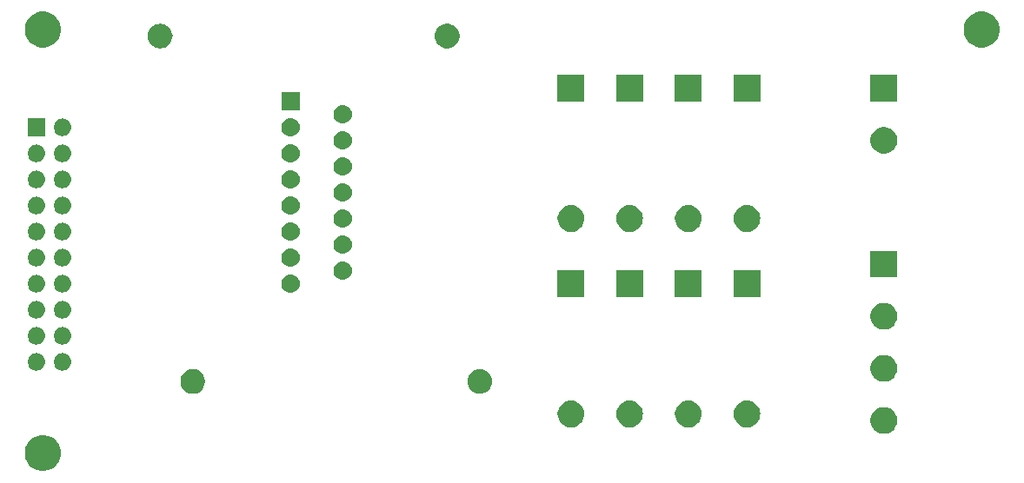
<source format=gbr>
%TF.GenerationSoftware,KiCad,Pcbnew,5.0.2-bee76a0~70~ubuntu18.04.1*%
%TF.CreationDate,2020-11-23T14:53:07+01:00*%
%TF.ProjectId,Carte_L298,43617274-655f-44c3-9239-382e6b696361,rev?*%
%TF.SameCoordinates,Original*%
%TF.FileFunction,Soldermask,Top*%
%TF.FilePolarity,Negative*%
%FSLAX46Y46*%
G04 Gerber Fmt 4.6, Leading zero omitted, Abs format (unit mm)*
G04 Created by KiCad (PCBNEW 5.0.2-bee76a0~70~ubuntu18.04.1) date lun. 23 nov. 2020 14:53:07 CET*
%MOMM*%
%LPD*%
G01*
G04 APERTURE LIST*
%ADD10C,0.100000*%
G04 APERTURE END LIST*
D10*
G36*
X141480456Y-98012251D02*
X141798936Y-98144170D01*
X142085560Y-98335686D01*
X142329314Y-98579440D01*
X142520830Y-98866064D01*
X142652749Y-99184544D01*
X142720000Y-99522640D01*
X142720000Y-99867360D01*
X142652749Y-100205456D01*
X142520830Y-100523936D01*
X142329314Y-100810560D01*
X142085560Y-101054314D01*
X141798936Y-101245830D01*
X141480456Y-101377749D01*
X141142360Y-101445000D01*
X140797640Y-101445000D01*
X140459544Y-101377749D01*
X140141064Y-101245830D01*
X139854440Y-101054314D01*
X139610686Y-100810560D01*
X139419170Y-100523936D01*
X139287251Y-100205456D01*
X139220000Y-99867360D01*
X139220000Y-99522640D01*
X139287251Y-99184544D01*
X139419170Y-98866064D01*
X139610686Y-98579440D01*
X139854440Y-98335686D01*
X140141064Y-98144170D01*
X140459544Y-98012251D01*
X140797640Y-97945000D01*
X141142360Y-97945000D01*
X141480456Y-98012251D01*
X141480456Y-98012251D01*
G37*
G36*
X223264196Y-95269958D02*
X223500780Y-95367954D01*
X223713705Y-95510226D01*
X223894774Y-95691295D01*
X224037046Y-95904220D01*
X224135042Y-96140804D01*
X224185000Y-96391960D01*
X224185000Y-96648040D01*
X224135042Y-96899196D01*
X224037046Y-97135780D01*
X223894774Y-97348705D01*
X223713705Y-97529774D01*
X223500780Y-97672046D01*
X223264196Y-97770042D01*
X223013040Y-97820000D01*
X222756960Y-97820000D01*
X222505804Y-97770042D01*
X222269220Y-97672046D01*
X222056295Y-97529774D01*
X221875226Y-97348705D01*
X221732954Y-97135780D01*
X221634958Y-96899196D01*
X221585000Y-96648040D01*
X221585000Y-96391960D01*
X221634958Y-96140804D01*
X221732954Y-95904220D01*
X221875226Y-95691295D01*
X222056295Y-95510226D01*
X222269220Y-95367954D01*
X222505804Y-95269958D01*
X222756960Y-95220000D01*
X223013040Y-95220000D01*
X223264196Y-95269958D01*
X223264196Y-95269958D01*
G37*
G36*
X209804845Y-94603810D02*
X210049896Y-94678145D01*
X210275736Y-94798860D01*
X210473687Y-94961313D01*
X210636140Y-95159264D01*
X210756855Y-95385104D01*
X210831190Y-95630155D01*
X210856290Y-95885000D01*
X210831190Y-96139845D01*
X210756855Y-96384896D01*
X210636140Y-96610736D01*
X210473687Y-96808687D01*
X210275736Y-96971140D01*
X210049896Y-97091855D01*
X209804845Y-97166190D01*
X209613864Y-97185000D01*
X209486136Y-97185000D01*
X209295155Y-97166190D01*
X209050104Y-97091855D01*
X208824264Y-96971140D01*
X208626313Y-96808687D01*
X208463860Y-96610736D01*
X208343145Y-96384896D01*
X208268810Y-96139845D01*
X208243710Y-95885000D01*
X208268810Y-95630155D01*
X208343145Y-95385104D01*
X208463860Y-95159264D01*
X208626313Y-94961313D01*
X208824264Y-94798860D01*
X209050104Y-94678145D01*
X209295155Y-94603810D01*
X209486136Y-94585000D01*
X209613864Y-94585000D01*
X209804845Y-94603810D01*
X209804845Y-94603810D01*
G37*
G36*
X204089845Y-94603810D02*
X204334896Y-94678145D01*
X204560736Y-94798860D01*
X204758687Y-94961313D01*
X204921140Y-95159264D01*
X205041855Y-95385104D01*
X205116190Y-95630155D01*
X205141290Y-95885000D01*
X205116190Y-96139845D01*
X205041855Y-96384896D01*
X204921140Y-96610736D01*
X204758687Y-96808687D01*
X204560736Y-96971140D01*
X204334896Y-97091855D01*
X204089845Y-97166190D01*
X203898864Y-97185000D01*
X203771136Y-97185000D01*
X203580155Y-97166190D01*
X203335104Y-97091855D01*
X203109264Y-96971140D01*
X202911313Y-96808687D01*
X202748860Y-96610736D01*
X202628145Y-96384896D01*
X202553810Y-96139845D01*
X202528710Y-95885000D01*
X202553810Y-95630155D01*
X202628145Y-95385104D01*
X202748860Y-95159264D01*
X202911313Y-94961313D01*
X203109264Y-94798860D01*
X203335104Y-94678145D01*
X203580155Y-94603810D01*
X203771136Y-94585000D01*
X203898864Y-94585000D01*
X204089845Y-94603810D01*
X204089845Y-94603810D01*
G37*
G36*
X198374845Y-94603810D02*
X198619896Y-94678145D01*
X198845736Y-94798860D01*
X199043687Y-94961313D01*
X199206140Y-95159264D01*
X199326855Y-95385104D01*
X199401190Y-95630155D01*
X199426290Y-95885000D01*
X199401190Y-96139845D01*
X199326855Y-96384896D01*
X199206140Y-96610736D01*
X199043687Y-96808687D01*
X198845736Y-96971140D01*
X198619896Y-97091855D01*
X198374845Y-97166190D01*
X198183864Y-97185000D01*
X198056136Y-97185000D01*
X197865155Y-97166190D01*
X197620104Y-97091855D01*
X197394264Y-96971140D01*
X197196313Y-96808687D01*
X197033860Y-96610736D01*
X196913145Y-96384896D01*
X196838810Y-96139845D01*
X196813710Y-95885000D01*
X196838810Y-95630155D01*
X196913145Y-95385104D01*
X197033860Y-95159264D01*
X197196313Y-94961313D01*
X197394264Y-94798860D01*
X197620104Y-94678145D01*
X197865155Y-94603810D01*
X198056136Y-94585000D01*
X198183864Y-94585000D01*
X198374845Y-94603810D01*
X198374845Y-94603810D01*
G37*
G36*
X192659845Y-94603810D02*
X192904896Y-94678145D01*
X193130736Y-94798860D01*
X193328687Y-94961313D01*
X193491140Y-95159264D01*
X193611855Y-95385104D01*
X193686190Y-95630155D01*
X193711290Y-95885000D01*
X193686190Y-96139845D01*
X193611855Y-96384896D01*
X193491140Y-96610736D01*
X193328687Y-96808687D01*
X193130736Y-96971140D01*
X192904896Y-97091855D01*
X192659845Y-97166190D01*
X192468864Y-97185000D01*
X192341136Y-97185000D01*
X192150155Y-97166190D01*
X191905104Y-97091855D01*
X191679264Y-96971140D01*
X191481313Y-96808687D01*
X191318860Y-96610736D01*
X191198145Y-96384896D01*
X191123810Y-96139845D01*
X191098710Y-95885000D01*
X191123810Y-95630155D01*
X191198145Y-95385104D01*
X191318860Y-95159264D01*
X191481313Y-94961313D01*
X191679264Y-94798860D01*
X191905104Y-94678145D01*
X192150155Y-94603810D01*
X192341136Y-94585000D01*
X192468864Y-94585000D01*
X192659845Y-94603810D01*
X192659845Y-94603810D01*
G37*
G36*
X155925026Y-91556115D02*
X156143412Y-91646573D01*
X156339958Y-91777901D01*
X156507099Y-91945042D01*
X156638427Y-92141588D01*
X156728885Y-92359974D01*
X156775000Y-92591809D01*
X156775000Y-92828191D01*
X156728885Y-93060026D01*
X156638427Y-93278412D01*
X156507099Y-93474958D01*
X156339958Y-93642099D01*
X156143412Y-93773427D01*
X155925026Y-93863885D01*
X155693191Y-93910000D01*
X155456809Y-93910000D01*
X155224974Y-93863885D01*
X155006588Y-93773427D01*
X154810042Y-93642099D01*
X154642901Y-93474958D01*
X154511573Y-93278412D01*
X154421115Y-93060026D01*
X154375000Y-92828191D01*
X154375000Y-92591809D01*
X154421115Y-92359974D01*
X154511573Y-92141588D01*
X154642901Y-91945042D01*
X154810042Y-91777901D01*
X155006588Y-91646573D01*
X155224974Y-91556115D01*
X155456809Y-91510000D01*
X155693191Y-91510000D01*
X155925026Y-91556115D01*
X155925026Y-91556115D01*
G37*
G36*
X183609208Y-91513473D02*
X183750241Y-91527363D01*
X183976442Y-91595981D01*
X183976444Y-91595982D01*
X183976447Y-91595983D01*
X184184910Y-91707408D01*
X184367634Y-91857366D01*
X184517592Y-92040090D01*
X184629017Y-92248553D01*
X184629018Y-92248556D01*
X184629019Y-92248558D01*
X184697637Y-92474759D01*
X184720806Y-92710000D01*
X184697637Y-92945241D01*
X184629019Y-93171442D01*
X184629017Y-93171447D01*
X184517592Y-93379910D01*
X184367634Y-93562634D01*
X184184910Y-93712592D01*
X183976447Y-93824017D01*
X183976444Y-93824018D01*
X183976442Y-93824019D01*
X183750241Y-93892637D01*
X183609208Y-93906527D01*
X183573951Y-93910000D01*
X183456049Y-93910000D01*
X183420792Y-93906527D01*
X183279759Y-93892637D01*
X183053558Y-93824019D01*
X183053556Y-93824018D01*
X183053553Y-93824017D01*
X182845090Y-93712592D01*
X182662366Y-93562634D01*
X182512408Y-93379910D01*
X182400983Y-93171447D01*
X182400981Y-93171442D01*
X182332363Y-92945241D01*
X182309194Y-92710000D01*
X182332363Y-92474759D01*
X182400981Y-92248558D01*
X182400982Y-92248556D01*
X182400983Y-92248553D01*
X182512408Y-92040090D01*
X182662366Y-91857366D01*
X182845090Y-91707408D01*
X183053553Y-91595983D01*
X183053556Y-91595982D01*
X183053558Y-91595981D01*
X183279759Y-91527363D01*
X183420792Y-91513473D01*
X183456049Y-91510000D01*
X183573951Y-91510000D01*
X183609208Y-91513473D01*
X183609208Y-91513473D01*
G37*
G36*
X223264196Y-90189958D02*
X223500780Y-90287954D01*
X223713705Y-90430226D01*
X223894774Y-90611295D01*
X224037046Y-90824220D01*
X224135042Y-91060804D01*
X224185000Y-91311960D01*
X224185000Y-91568040D01*
X224135042Y-91819196D01*
X224037046Y-92055780D01*
X223894774Y-92268705D01*
X223713705Y-92449774D01*
X223500780Y-92592046D01*
X223264196Y-92690042D01*
X223013040Y-92740000D01*
X222756960Y-92740000D01*
X222505804Y-92690042D01*
X222269220Y-92592046D01*
X222056295Y-92449774D01*
X221875226Y-92268705D01*
X221732954Y-92055780D01*
X221634958Y-91819196D01*
X221585000Y-91568040D01*
X221585000Y-91311960D01*
X221634958Y-91060804D01*
X221732954Y-90824220D01*
X221875226Y-90611295D01*
X222056295Y-90430226D01*
X222269220Y-90287954D01*
X222505804Y-90189958D01*
X222756960Y-90140000D01*
X223013040Y-90140000D01*
X223264196Y-90189958D01*
X223264196Y-90189958D01*
G37*
G36*
X140501630Y-89967299D02*
X140661855Y-90015903D01*
X140809520Y-90094831D01*
X140938949Y-90201051D01*
X141045169Y-90330480D01*
X141124097Y-90478145D01*
X141172701Y-90638370D01*
X141189112Y-90805000D01*
X141172701Y-90971630D01*
X141124097Y-91131855D01*
X141045169Y-91279520D01*
X140938949Y-91408949D01*
X140809520Y-91515169D01*
X140661855Y-91594097D01*
X140501630Y-91642701D01*
X140376752Y-91655000D01*
X140293248Y-91655000D01*
X140168370Y-91642701D01*
X140008145Y-91594097D01*
X139860480Y-91515169D01*
X139731051Y-91408949D01*
X139624831Y-91279520D01*
X139545903Y-91131855D01*
X139497299Y-90971630D01*
X139480888Y-90805000D01*
X139497299Y-90638370D01*
X139545903Y-90478145D01*
X139624831Y-90330480D01*
X139731051Y-90201051D01*
X139860480Y-90094831D01*
X140008145Y-90015903D01*
X140168370Y-89967299D01*
X140293248Y-89955000D01*
X140376752Y-89955000D01*
X140501630Y-89967299D01*
X140501630Y-89967299D01*
G37*
G36*
X143041630Y-89967299D02*
X143201855Y-90015903D01*
X143349520Y-90094831D01*
X143478949Y-90201051D01*
X143585169Y-90330480D01*
X143664097Y-90478145D01*
X143712701Y-90638370D01*
X143729112Y-90805000D01*
X143712701Y-90971630D01*
X143664097Y-91131855D01*
X143585169Y-91279520D01*
X143478949Y-91408949D01*
X143349520Y-91515169D01*
X143201855Y-91594097D01*
X143041630Y-91642701D01*
X142916752Y-91655000D01*
X142833248Y-91655000D01*
X142708370Y-91642701D01*
X142548145Y-91594097D01*
X142400480Y-91515169D01*
X142271051Y-91408949D01*
X142164831Y-91279520D01*
X142085903Y-91131855D01*
X142037299Y-90971630D01*
X142020888Y-90805000D01*
X142037299Y-90638370D01*
X142085903Y-90478145D01*
X142164831Y-90330480D01*
X142271051Y-90201051D01*
X142400480Y-90094831D01*
X142548145Y-90015903D01*
X142708370Y-89967299D01*
X142833248Y-89955000D01*
X142916752Y-89955000D01*
X143041630Y-89967299D01*
X143041630Y-89967299D01*
G37*
G36*
X143041630Y-87427299D02*
X143201855Y-87475903D01*
X143349520Y-87554831D01*
X143478949Y-87661051D01*
X143585169Y-87790480D01*
X143664097Y-87938145D01*
X143712701Y-88098370D01*
X143729112Y-88265000D01*
X143712701Y-88431630D01*
X143664097Y-88591855D01*
X143585169Y-88739520D01*
X143478949Y-88868949D01*
X143349520Y-88975169D01*
X143201855Y-89054097D01*
X143041630Y-89102701D01*
X142916752Y-89115000D01*
X142833248Y-89115000D01*
X142708370Y-89102701D01*
X142548145Y-89054097D01*
X142400480Y-88975169D01*
X142271051Y-88868949D01*
X142164831Y-88739520D01*
X142085903Y-88591855D01*
X142037299Y-88431630D01*
X142020888Y-88265000D01*
X142037299Y-88098370D01*
X142085903Y-87938145D01*
X142164831Y-87790480D01*
X142271051Y-87661051D01*
X142400480Y-87554831D01*
X142548145Y-87475903D01*
X142708370Y-87427299D01*
X142833248Y-87415000D01*
X142916752Y-87415000D01*
X143041630Y-87427299D01*
X143041630Y-87427299D01*
G37*
G36*
X140501630Y-87427299D02*
X140661855Y-87475903D01*
X140809520Y-87554831D01*
X140938949Y-87661051D01*
X141045169Y-87790480D01*
X141124097Y-87938145D01*
X141172701Y-88098370D01*
X141189112Y-88265000D01*
X141172701Y-88431630D01*
X141124097Y-88591855D01*
X141045169Y-88739520D01*
X140938949Y-88868949D01*
X140809520Y-88975169D01*
X140661855Y-89054097D01*
X140501630Y-89102701D01*
X140376752Y-89115000D01*
X140293248Y-89115000D01*
X140168370Y-89102701D01*
X140008145Y-89054097D01*
X139860480Y-88975169D01*
X139731051Y-88868949D01*
X139624831Y-88739520D01*
X139545903Y-88591855D01*
X139497299Y-88431630D01*
X139480888Y-88265000D01*
X139497299Y-88098370D01*
X139545903Y-87938145D01*
X139624831Y-87790480D01*
X139731051Y-87661051D01*
X139860480Y-87554831D01*
X140008145Y-87475903D01*
X140168370Y-87427299D01*
X140293248Y-87415000D01*
X140376752Y-87415000D01*
X140501630Y-87427299D01*
X140501630Y-87427299D01*
G37*
G36*
X223264196Y-85109958D02*
X223500780Y-85207954D01*
X223713705Y-85350226D01*
X223894774Y-85531295D01*
X224037046Y-85744220D01*
X224135042Y-85980804D01*
X224185000Y-86231960D01*
X224185000Y-86488040D01*
X224135042Y-86739196D01*
X224037046Y-86975780D01*
X223894774Y-87188705D01*
X223713705Y-87369774D01*
X223500780Y-87512046D01*
X223264196Y-87610042D01*
X223013040Y-87660000D01*
X222756960Y-87660000D01*
X222505804Y-87610042D01*
X222269220Y-87512046D01*
X222056295Y-87369774D01*
X221875226Y-87188705D01*
X221732954Y-86975780D01*
X221634958Y-86739196D01*
X221585000Y-86488040D01*
X221585000Y-86231960D01*
X221634958Y-85980804D01*
X221732954Y-85744220D01*
X221875226Y-85531295D01*
X222056295Y-85350226D01*
X222269220Y-85207954D01*
X222505804Y-85109958D01*
X222756960Y-85060000D01*
X223013040Y-85060000D01*
X223264196Y-85109958D01*
X223264196Y-85109958D01*
G37*
G36*
X140501630Y-84887299D02*
X140661855Y-84935903D01*
X140809520Y-85014831D01*
X140938949Y-85121051D01*
X141045169Y-85250480D01*
X141124097Y-85398145D01*
X141172701Y-85558370D01*
X141189112Y-85725000D01*
X141172701Y-85891630D01*
X141124097Y-86051855D01*
X141045169Y-86199520D01*
X140938949Y-86328949D01*
X140809520Y-86435169D01*
X140661855Y-86514097D01*
X140501630Y-86562701D01*
X140376752Y-86575000D01*
X140293248Y-86575000D01*
X140168370Y-86562701D01*
X140008145Y-86514097D01*
X139860480Y-86435169D01*
X139731051Y-86328949D01*
X139624831Y-86199520D01*
X139545903Y-86051855D01*
X139497299Y-85891630D01*
X139480888Y-85725000D01*
X139497299Y-85558370D01*
X139545903Y-85398145D01*
X139624831Y-85250480D01*
X139731051Y-85121051D01*
X139860480Y-85014831D01*
X140008145Y-84935903D01*
X140168370Y-84887299D01*
X140293248Y-84875000D01*
X140376752Y-84875000D01*
X140501630Y-84887299D01*
X140501630Y-84887299D01*
G37*
G36*
X143041630Y-84887299D02*
X143201855Y-84935903D01*
X143349520Y-85014831D01*
X143478949Y-85121051D01*
X143585169Y-85250480D01*
X143664097Y-85398145D01*
X143712701Y-85558370D01*
X143729112Y-85725000D01*
X143712701Y-85891630D01*
X143664097Y-86051855D01*
X143585169Y-86199520D01*
X143478949Y-86328949D01*
X143349520Y-86435169D01*
X143201855Y-86514097D01*
X143041630Y-86562701D01*
X142916752Y-86575000D01*
X142833248Y-86575000D01*
X142708370Y-86562701D01*
X142548145Y-86514097D01*
X142400480Y-86435169D01*
X142271051Y-86328949D01*
X142164831Y-86199520D01*
X142085903Y-86051855D01*
X142037299Y-85891630D01*
X142020888Y-85725000D01*
X142037299Y-85558370D01*
X142085903Y-85398145D01*
X142164831Y-85250480D01*
X142271051Y-85121051D01*
X142400480Y-85014831D01*
X142548145Y-84935903D01*
X142708370Y-84887299D01*
X142833248Y-84875000D01*
X142916752Y-84875000D01*
X143041630Y-84887299D01*
X143041630Y-84887299D01*
G37*
G36*
X205135000Y-84485000D02*
X202535000Y-84485000D01*
X202535000Y-81885000D01*
X205135000Y-81885000D01*
X205135000Y-84485000D01*
X205135000Y-84485000D01*
G37*
G36*
X193705000Y-84485000D02*
X191105000Y-84485000D01*
X191105000Y-81885000D01*
X193705000Y-81885000D01*
X193705000Y-84485000D01*
X193705000Y-84485000D01*
G37*
G36*
X199420000Y-84485000D02*
X196820000Y-84485000D01*
X196820000Y-81885000D01*
X199420000Y-81885000D01*
X199420000Y-84485000D01*
X199420000Y-84485000D01*
G37*
G36*
X210850000Y-84485000D02*
X208250000Y-84485000D01*
X208250000Y-81885000D01*
X210850000Y-81885000D01*
X210850000Y-84485000D01*
X210850000Y-84485000D01*
G37*
G36*
X165276432Y-82298022D02*
X165446081Y-82349485D01*
X165602433Y-82433056D01*
X165739475Y-82545525D01*
X165851944Y-82682567D01*
X165935515Y-82838919D01*
X165986978Y-83008568D01*
X166004354Y-83185000D01*
X165986978Y-83361432D01*
X165935515Y-83531081D01*
X165851944Y-83687433D01*
X165739475Y-83824475D01*
X165602433Y-83936944D01*
X165446081Y-84020515D01*
X165276432Y-84071978D01*
X165144211Y-84085000D01*
X165055789Y-84085000D01*
X164923568Y-84071978D01*
X164753919Y-84020515D01*
X164597567Y-83936944D01*
X164460525Y-83824475D01*
X164348056Y-83687433D01*
X164264485Y-83531081D01*
X164213022Y-83361432D01*
X164195646Y-83185000D01*
X164213022Y-83008568D01*
X164264485Y-82838919D01*
X164348056Y-82682567D01*
X164460525Y-82545525D01*
X164597567Y-82433056D01*
X164753919Y-82349485D01*
X164923568Y-82298022D01*
X165055789Y-82285000D01*
X165144211Y-82285000D01*
X165276432Y-82298022D01*
X165276432Y-82298022D01*
G37*
G36*
X143041630Y-82347299D02*
X143201855Y-82395903D01*
X143349520Y-82474831D01*
X143478949Y-82581051D01*
X143585169Y-82710480D01*
X143664097Y-82858145D01*
X143712701Y-83018370D01*
X143729112Y-83185000D01*
X143712701Y-83351630D01*
X143664097Y-83511855D01*
X143585169Y-83659520D01*
X143478949Y-83788949D01*
X143349520Y-83895169D01*
X143201855Y-83974097D01*
X143041630Y-84022701D01*
X142916752Y-84035000D01*
X142833248Y-84035000D01*
X142708370Y-84022701D01*
X142548145Y-83974097D01*
X142400480Y-83895169D01*
X142271051Y-83788949D01*
X142164831Y-83659520D01*
X142085903Y-83511855D01*
X142037299Y-83351630D01*
X142020888Y-83185000D01*
X142037299Y-83018370D01*
X142085903Y-82858145D01*
X142164831Y-82710480D01*
X142271051Y-82581051D01*
X142400480Y-82474831D01*
X142548145Y-82395903D01*
X142708370Y-82347299D01*
X142833248Y-82335000D01*
X142916752Y-82335000D01*
X143041630Y-82347299D01*
X143041630Y-82347299D01*
G37*
G36*
X140501630Y-82347299D02*
X140661855Y-82395903D01*
X140809520Y-82474831D01*
X140938949Y-82581051D01*
X141045169Y-82710480D01*
X141124097Y-82858145D01*
X141172701Y-83018370D01*
X141189112Y-83185000D01*
X141172701Y-83351630D01*
X141124097Y-83511855D01*
X141045169Y-83659520D01*
X140938949Y-83788949D01*
X140809520Y-83895169D01*
X140661855Y-83974097D01*
X140501630Y-84022701D01*
X140376752Y-84035000D01*
X140293248Y-84035000D01*
X140168370Y-84022701D01*
X140008145Y-83974097D01*
X139860480Y-83895169D01*
X139731051Y-83788949D01*
X139624831Y-83659520D01*
X139545903Y-83511855D01*
X139497299Y-83351630D01*
X139480888Y-83185000D01*
X139497299Y-83018370D01*
X139545903Y-82858145D01*
X139624831Y-82710480D01*
X139731051Y-82581051D01*
X139860480Y-82474831D01*
X140008145Y-82395903D01*
X140168370Y-82347299D01*
X140293248Y-82335000D01*
X140376752Y-82335000D01*
X140501630Y-82347299D01*
X140501630Y-82347299D01*
G37*
G36*
X170356432Y-81028022D02*
X170526081Y-81079485D01*
X170682433Y-81163056D01*
X170819475Y-81275525D01*
X170931944Y-81412567D01*
X171015515Y-81568919D01*
X171066978Y-81738568D01*
X171084354Y-81915000D01*
X171066978Y-82091432D01*
X171015515Y-82261081D01*
X170931944Y-82417433D01*
X170819475Y-82554475D01*
X170682433Y-82666944D01*
X170526081Y-82750515D01*
X170356432Y-82801978D01*
X170224211Y-82815000D01*
X170135789Y-82815000D01*
X170003568Y-82801978D01*
X169833919Y-82750515D01*
X169677567Y-82666944D01*
X169540525Y-82554475D01*
X169428056Y-82417433D01*
X169344485Y-82261081D01*
X169293022Y-82091432D01*
X169275646Y-81915000D01*
X169293022Y-81738568D01*
X169344485Y-81568919D01*
X169428056Y-81412567D01*
X169540525Y-81275525D01*
X169677567Y-81163056D01*
X169833919Y-81079485D01*
X170003568Y-81028022D01*
X170135789Y-81015000D01*
X170224211Y-81015000D01*
X170356432Y-81028022D01*
X170356432Y-81028022D01*
G37*
G36*
X224185000Y-82580000D02*
X221585000Y-82580000D01*
X221585000Y-79980000D01*
X224185000Y-79980000D01*
X224185000Y-82580000D01*
X224185000Y-82580000D01*
G37*
G36*
X165276432Y-79758022D02*
X165446081Y-79809485D01*
X165602433Y-79893056D01*
X165739475Y-80005525D01*
X165851944Y-80142567D01*
X165935515Y-80298919D01*
X165986978Y-80468568D01*
X166004354Y-80645000D01*
X165986978Y-80821432D01*
X165935515Y-80991081D01*
X165851944Y-81147433D01*
X165739475Y-81284475D01*
X165602433Y-81396944D01*
X165446081Y-81480515D01*
X165276432Y-81531978D01*
X165144211Y-81545000D01*
X165055789Y-81545000D01*
X164923568Y-81531978D01*
X164753919Y-81480515D01*
X164597567Y-81396944D01*
X164460525Y-81284475D01*
X164348056Y-81147433D01*
X164264485Y-80991081D01*
X164213022Y-80821432D01*
X164195646Y-80645000D01*
X164213022Y-80468568D01*
X164264485Y-80298919D01*
X164348056Y-80142567D01*
X164460525Y-80005525D01*
X164597567Y-79893056D01*
X164753919Y-79809485D01*
X164923568Y-79758022D01*
X165055789Y-79745000D01*
X165144211Y-79745000D01*
X165276432Y-79758022D01*
X165276432Y-79758022D01*
G37*
G36*
X143041630Y-79807299D02*
X143201855Y-79855903D01*
X143349520Y-79934831D01*
X143478949Y-80041051D01*
X143585169Y-80170480D01*
X143664097Y-80318145D01*
X143712701Y-80478370D01*
X143729112Y-80645000D01*
X143712701Y-80811630D01*
X143664097Y-80971855D01*
X143585169Y-81119520D01*
X143478949Y-81248949D01*
X143349520Y-81355169D01*
X143201855Y-81434097D01*
X143041630Y-81482701D01*
X142916752Y-81495000D01*
X142833248Y-81495000D01*
X142708370Y-81482701D01*
X142548145Y-81434097D01*
X142400480Y-81355169D01*
X142271051Y-81248949D01*
X142164831Y-81119520D01*
X142085903Y-80971855D01*
X142037299Y-80811630D01*
X142020888Y-80645000D01*
X142037299Y-80478370D01*
X142085903Y-80318145D01*
X142164831Y-80170480D01*
X142271051Y-80041051D01*
X142400480Y-79934831D01*
X142548145Y-79855903D01*
X142708370Y-79807299D01*
X142833248Y-79795000D01*
X142916752Y-79795000D01*
X143041630Y-79807299D01*
X143041630Y-79807299D01*
G37*
G36*
X140501630Y-79807299D02*
X140661855Y-79855903D01*
X140809520Y-79934831D01*
X140938949Y-80041051D01*
X141045169Y-80170480D01*
X141124097Y-80318145D01*
X141172701Y-80478370D01*
X141189112Y-80645000D01*
X141172701Y-80811630D01*
X141124097Y-80971855D01*
X141045169Y-81119520D01*
X140938949Y-81248949D01*
X140809520Y-81355169D01*
X140661855Y-81434097D01*
X140501630Y-81482701D01*
X140376752Y-81495000D01*
X140293248Y-81495000D01*
X140168370Y-81482701D01*
X140008145Y-81434097D01*
X139860480Y-81355169D01*
X139731051Y-81248949D01*
X139624831Y-81119520D01*
X139545903Y-80971855D01*
X139497299Y-80811630D01*
X139480888Y-80645000D01*
X139497299Y-80478370D01*
X139545903Y-80318145D01*
X139624831Y-80170480D01*
X139731051Y-80041051D01*
X139860480Y-79934831D01*
X140008145Y-79855903D01*
X140168370Y-79807299D01*
X140293248Y-79795000D01*
X140376752Y-79795000D01*
X140501630Y-79807299D01*
X140501630Y-79807299D01*
G37*
G36*
X170356432Y-78488022D02*
X170526081Y-78539485D01*
X170682433Y-78623056D01*
X170819475Y-78735525D01*
X170931944Y-78872567D01*
X171015515Y-79028919D01*
X171066978Y-79198568D01*
X171084354Y-79375000D01*
X171066978Y-79551432D01*
X171015515Y-79721081D01*
X170931944Y-79877433D01*
X170819475Y-80014475D01*
X170682433Y-80126944D01*
X170526081Y-80210515D01*
X170356432Y-80261978D01*
X170224211Y-80275000D01*
X170135789Y-80275000D01*
X170003568Y-80261978D01*
X169833919Y-80210515D01*
X169677567Y-80126944D01*
X169540525Y-80014475D01*
X169428056Y-79877433D01*
X169344485Y-79721081D01*
X169293022Y-79551432D01*
X169275646Y-79375000D01*
X169293022Y-79198568D01*
X169344485Y-79028919D01*
X169428056Y-78872567D01*
X169540525Y-78735525D01*
X169677567Y-78623056D01*
X169833919Y-78539485D01*
X170003568Y-78488022D01*
X170135789Y-78475000D01*
X170224211Y-78475000D01*
X170356432Y-78488022D01*
X170356432Y-78488022D01*
G37*
G36*
X165276432Y-77218022D02*
X165446081Y-77269485D01*
X165602433Y-77353056D01*
X165739475Y-77465525D01*
X165851944Y-77602567D01*
X165935515Y-77758919D01*
X165986978Y-77928568D01*
X166004354Y-78105000D01*
X165986978Y-78281432D01*
X165935515Y-78451081D01*
X165851944Y-78607433D01*
X165739475Y-78744475D01*
X165602433Y-78856944D01*
X165446081Y-78940515D01*
X165276432Y-78991978D01*
X165144211Y-79005000D01*
X165055789Y-79005000D01*
X164923568Y-78991978D01*
X164753919Y-78940515D01*
X164597567Y-78856944D01*
X164460525Y-78744475D01*
X164348056Y-78607433D01*
X164264485Y-78451081D01*
X164213022Y-78281432D01*
X164195646Y-78105000D01*
X164213022Y-77928568D01*
X164264485Y-77758919D01*
X164348056Y-77602567D01*
X164460525Y-77465525D01*
X164597567Y-77353056D01*
X164753919Y-77269485D01*
X164923568Y-77218022D01*
X165055789Y-77205000D01*
X165144211Y-77205000D01*
X165276432Y-77218022D01*
X165276432Y-77218022D01*
G37*
G36*
X143041630Y-77267299D02*
X143201855Y-77315903D01*
X143349520Y-77394831D01*
X143478949Y-77501051D01*
X143585169Y-77630480D01*
X143664097Y-77778145D01*
X143712701Y-77938370D01*
X143729112Y-78105000D01*
X143712701Y-78271630D01*
X143664097Y-78431855D01*
X143585169Y-78579520D01*
X143478949Y-78708949D01*
X143349520Y-78815169D01*
X143201855Y-78894097D01*
X143041630Y-78942701D01*
X142916752Y-78955000D01*
X142833248Y-78955000D01*
X142708370Y-78942701D01*
X142548145Y-78894097D01*
X142400480Y-78815169D01*
X142271051Y-78708949D01*
X142164831Y-78579520D01*
X142085903Y-78431855D01*
X142037299Y-78271630D01*
X142020888Y-78105000D01*
X142037299Y-77938370D01*
X142085903Y-77778145D01*
X142164831Y-77630480D01*
X142271051Y-77501051D01*
X142400480Y-77394831D01*
X142548145Y-77315903D01*
X142708370Y-77267299D01*
X142833248Y-77255000D01*
X142916752Y-77255000D01*
X143041630Y-77267299D01*
X143041630Y-77267299D01*
G37*
G36*
X140501630Y-77267299D02*
X140661855Y-77315903D01*
X140809520Y-77394831D01*
X140938949Y-77501051D01*
X141045169Y-77630480D01*
X141124097Y-77778145D01*
X141172701Y-77938370D01*
X141189112Y-78105000D01*
X141172701Y-78271630D01*
X141124097Y-78431855D01*
X141045169Y-78579520D01*
X140938949Y-78708949D01*
X140809520Y-78815169D01*
X140661855Y-78894097D01*
X140501630Y-78942701D01*
X140376752Y-78955000D01*
X140293248Y-78955000D01*
X140168370Y-78942701D01*
X140008145Y-78894097D01*
X139860480Y-78815169D01*
X139731051Y-78708949D01*
X139624831Y-78579520D01*
X139545903Y-78431855D01*
X139497299Y-78271630D01*
X139480888Y-78105000D01*
X139497299Y-77938370D01*
X139545903Y-77778145D01*
X139624831Y-77630480D01*
X139731051Y-77501051D01*
X139860480Y-77394831D01*
X140008145Y-77315903D01*
X140168370Y-77267299D01*
X140293248Y-77255000D01*
X140376752Y-77255000D01*
X140501630Y-77267299D01*
X140501630Y-77267299D01*
G37*
G36*
X192659845Y-75553810D02*
X192904896Y-75628145D01*
X193130736Y-75748860D01*
X193328687Y-75911313D01*
X193491140Y-76109264D01*
X193611855Y-76335104D01*
X193686190Y-76580155D01*
X193711290Y-76835000D01*
X193686190Y-77089845D01*
X193611855Y-77334896D01*
X193491140Y-77560736D01*
X193328687Y-77758687D01*
X193130736Y-77921140D01*
X192904896Y-78041855D01*
X192659845Y-78116190D01*
X192468864Y-78135000D01*
X192341136Y-78135000D01*
X192150155Y-78116190D01*
X191905104Y-78041855D01*
X191679264Y-77921140D01*
X191481313Y-77758687D01*
X191318860Y-77560736D01*
X191198145Y-77334896D01*
X191123810Y-77089845D01*
X191098710Y-76835000D01*
X191123810Y-76580155D01*
X191198145Y-76335104D01*
X191318860Y-76109264D01*
X191481313Y-75911313D01*
X191679264Y-75748860D01*
X191905104Y-75628145D01*
X192150155Y-75553810D01*
X192341136Y-75535000D01*
X192468864Y-75535000D01*
X192659845Y-75553810D01*
X192659845Y-75553810D01*
G37*
G36*
X198374845Y-75553810D02*
X198619896Y-75628145D01*
X198845736Y-75748860D01*
X199043687Y-75911313D01*
X199206140Y-76109264D01*
X199326855Y-76335104D01*
X199401190Y-76580155D01*
X199426290Y-76835000D01*
X199401190Y-77089845D01*
X199326855Y-77334896D01*
X199206140Y-77560736D01*
X199043687Y-77758687D01*
X198845736Y-77921140D01*
X198619896Y-78041855D01*
X198374845Y-78116190D01*
X198183864Y-78135000D01*
X198056136Y-78135000D01*
X197865155Y-78116190D01*
X197620104Y-78041855D01*
X197394264Y-77921140D01*
X197196313Y-77758687D01*
X197033860Y-77560736D01*
X196913145Y-77334896D01*
X196838810Y-77089845D01*
X196813710Y-76835000D01*
X196838810Y-76580155D01*
X196913145Y-76335104D01*
X197033860Y-76109264D01*
X197196313Y-75911313D01*
X197394264Y-75748860D01*
X197620104Y-75628145D01*
X197865155Y-75553810D01*
X198056136Y-75535000D01*
X198183864Y-75535000D01*
X198374845Y-75553810D01*
X198374845Y-75553810D01*
G37*
G36*
X209804845Y-75553810D02*
X210049896Y-75628145D01*
X210275736Y-75748860D01*
X210473687Y-75911313D01*
X210636140Y-76109264D01*
X210756855Y-76335104D01*
X210831190Y-76580155D01*
X210856290Y-76835000D01*
X210831190Y-77089845D01*
X210756855Y-77334896D01*
X210636140Y-77560736D01*
X210473687Y-77758687D01*
X210275736Y-77921140D01*
X210049896Y-78041855D01*
X209804845Y-78116190D01*
X209613864Y-78135000D01*
X209486136Y-78135000D01*
X209295155Y-78116190D01*
X209050104Y-78041855D01*
X208824264Y-77921140D01*
X208626313Y-77758687D01*
X208463860Y-77560736D01*
X208343145Y-77334896D01*
X208268810Y-77089845D01*
X208243710Y-76835000D01*
X208268810Y-76580155D01*
X208343145Y-76335104D01*
X208463860Y-76109264D01*
X208626313Y-75911313D01*
X208824264Y-75748860D01*
X209050104Y-75628145D01*
X209295155Y-75553810D01*
X209486136Y-75535000D01*
X209613864Y-75535000D01*
X209804845Y-75553810D01*
X209804845Y-75553810D01*
G37*
G36*
X204089845Y-75553810D02*
X204334896Y-75628145D01*
X204560736Y-75748860D01*
X204758687Y-75911313D01*
X204921140Y-76109264D01*
X205041855Y-76335104D01*
X205116190Y-76580155D01*
X205141290Y-76835000D01*
X205116190Y-77089845D01*
X205041855Y-77334896D01*
X204921140Y-77560736D01*
X204758687Y-77758687D01*
X204560736Y-77921140D01*
X204334896Y-78041855D01*
X204089845Y-78116190D01*
X203898864Y-78135000D01*
X203771136Y-78135000D01*
X203580155Y-78116190D01*
X203335104Y-78041855D01*
X203109264Y-77921140D01*
X202911313Y-77758687D01*
X202748860Y-77560736D01*
X202628145Y-77334896D01*
X202553810Y-77089845D01*
X202528710Y-76835000D01*
X202553810Y-76580155D01*
X202628145Y-76335104D01*
X202748860Y-76109264D01*
X202911313Y-75911313D01*
X203109264Y-75748860D01*
X203335104Y-75628145D01*
X203580155Y-75553810D01*
X203771136Y-75535000D01*
X203898864Y-75535000D01*
X204089845Y-75553810D01*
X204089845Y-75553810D01*
G37*
G36*
X170356432Y-75948022D02*
X170526081Y-75999485D01*
X170682433Y-76083056D01*
X170819475Y-76195525D01*
X170931944Y-76332567D01*
X171015515Y-76488919D01*
X171066978Y-76658568D01*
X171084354Y-76835000D01*
X171066978Y-77011432D01*
X171015515Y-77181081D01*
X170931944Y-77337433D01*
X170819475Y-77474475D01*
X170682433Y-77586944D01*
X170526081Y-77670515D01*
X170356432Y-77721978D01*
X170224211Y-77735000D01*
X170135789Y-77735000D01*
X170003568Y-77721978D01*
X169833919Y-77670515D01*
X169677567Y-77586944D01*
X169540525Y-77474475D01*
X169428056Y-77337433D01*
X169344485Y-77181081D01*
X169293022Y-77011432D01*
X169275646Y-76835000D01*
X169293022Y-76658568D01*
X169344485Y-76488919D01*
X169428056Y-76332567D01*
X169540525Y-76195525D01*
X169677567Y-76083056D01*
X169833919Y-75999485D01*
X170003568Y-75948022D01*
X170135789Y-75935000D01*
X170224211Y-75935000D01*
X170356432Y-75948022D01*
X170356432Y-75948022D01*
G37*
G36*
X165276432Y-74678022D02*
X165446081Y-74729485D01*
X165602433Y-74813056D01*
X165739475Y-74925525D01*
X165851944Y-75062567D01*
X165935515Y-75218919D01*
X165986978Y-75388568D01*
X166004354Y-75565000D01*
X165986978Y-75741432D01*
X165935515Y-75911081D01*
X165851944Y-76067433D01*
X165739475Y-76204475D01*
X165602433Y-76316944D01*
X165446081Y-76400515D01*
X165276432Y-76451978D01*
X165144211Y-76465000D01*
X165055789Y-76465000D01*
X164923568Y-76451978D01*
X164753919Y-76400515D01*
X164597567Y-76316944D01*
X164460525Y-76204475D01*
X164348056Y-76067433D01*
X164264485Y-75911081D01*
X164213022Y-75741432D01*
X164195646Y-75565000D01*
X164213022Y-75388568D01*
X164264485Y-75218919D01*
X164348056Y-75062567D01*
X164460525Y-74925525D01*
X164597567Y-74813056D01*
X164753919Y-74729485D01*
X164923568Y-74678022D01*
X165055789Y-74665000D01*
X165144211Y-74665000D01*
X165276432Y-74678022D01*
X165276432Y-74678022D01*
G37*
G36*
X140501630Y-74727299D02*
X140661855Y-74775903D01*
X140809520Y-74854831D01*
X140938949Y-74961051D01*
X141045169Y-75090480D01*
X141124097Y-75238145D01*
X141172701Y-75398370D01*
X141189112Y-75565000D01*
X141172701Y-75731630D01*
X141124097Y-75891855D01*
X141045169Y-76039520D01*
X140938949Y-76168949D01*
X140809520Y-76275169D01*
X140661855Y-76354097D01*
X140501630Y-76402701D01*
X140376752Y-76415000D01*
X140293248Y-76415000D01*
X140168370Y-76402701D01*
X140008145Y-76354097D01*
X139860480Y-76275169D01*
X139731051Y-76168949D01*
X139624831Y-76039520D01*
X139545903Y-75891855D01*
X139497299Y-75731630D01*
X139480888Y-75565000D01*
X139497299Y-75398370D01*
X139545903Y-75238145D01*
X139624831Y-75090480D01*
X139731051Y-74961051D01*
X139860480Y-74854831D01*
X140008145Y-74775903D01*
X140168370Y-74727299D01*
X140293248Y-74715000D01*
X140376752Y-74715000D01*
X140501630Y-74727299D01*
X140501630Y-74727299D01*
G37*
G36*
X143041630Y-74727299D02*
X143201855Y-74775903D01*
X143349520Y-74854831D01*
X143478949Y-74961051D01*
X143585169Y-75090480D01*
X143664097Y-75238145D01*
X143712701Y-75398370D01*
X143729112Y-75565000D01*
X143712701Y-75731630D01*
X143664097Y-75891855D01*
X143585169Y-76039520D01*
X143478949Y-76168949D01*
X143349520Y-76275169D01*
X143201855Y-76354097D01*
X143041630Y-76402701D01*
X142916752Y-76415000D01*
X142833248Y-76415000D01*
X142708370Y-76402701D01*
X142548145Y-76354097D01*
X142400480Y-76275169D01*
X142271051Y-76168949D01*
X142164831Y-76039520D01*
X142085903Y-75891855D01*
X142037299Y-75731630D01*
X142020888Y-75565000D01*
X142037299Y-75398370D01*
X142085903Y-75238145D01*
X142164831Y-75090480D01*
X142271051Y-74961051D01*
X142400480Y-74854831D01*
X142548145Y-74775903D01*
X142708370Y-74727299D01*
X142833248Y-74715000D01*
X142916752Y-74715000D01*
X143041630Y-74727299D01*
X143041630Y-74727299D01*
G37*
G36*
X170356432Y-73408022D02*
X170526081Y-73459485D01*
X170682433Y-73543056D01*
X170819475Y-73655525D01*
X170931944Y-73792567D01*
X171015515Y-73948919D01*
X171066978Y-74118568D01*
X171084354Y-74295000D01*
X171066978Y-74471432D01*
X171015515Y-74641081D01*
X170931944Y-74797433D01*
X170819475Y-74934475D01*
X170682433Y-75046944D01*
X170526081Y-75130515D01*
X170356432Y-75181978D01*
X170224211Y-75195000D01*
X170135789Y-75195000D01*
X170003568Y-75181978D01*
X169833919Y-75130515D01*
X169677567Y-75046944D01*
X169540525Y-74934475D01*
X169428056Y-74797433D01*
X169344485Y-74641081D01*
X169293022Y-74471432D01*
X169275646Y-74295000D01*
X169293022Y-74118568D01*
X169344485Y-73948919D01*
X169428056Y-73792567D01*
X169540525Y-73655525D01*
X169677567Y-73543056D01*
X169833919Y-73459485D01*
X170003568Y-73408022D01*
X170135789Y-73395000D01*
X170224211Y-73395000D01*
X170356432Y-73408022D01*
X170356432Y-73408022D01*
G37*
G36*
X165276432Y-72138022D02*
X165446081Y-72189485D01*
X165602433Y-72273056D01*
X165739475Y-72385525D01*
X165851944Y-72522567D01*
X165935515Y-72678919D01*
X165986978Y-72848568D01*
X166004354Y-73025000D01*
X165986978Y-73201432D01*
X165935515Y-73371081D01*
X165851944Y-73527433D01*
X165739475Y-73664475D01*
X165602433Y-73776944D01*
X165446081Y-73860515D01*
X165276432Y-73911978D01*
X165144211Y-73925000D01*
X165055789Y-73925000D01*
X164923568Y-73911978D01*
X164753919Y-73860515D01*
X164597567Y-73776944D01*
X164460525Y-73664475D01*
X164348056Y-73527433D01*
X164264485Y-73371081D01*
X164213022Y-73201432D01*
X164195646Y-73025000D01*
X164213022Y-72848568D01*
X164264485Y-72678919D01*
X164348056Y-72522567D01*
X164460525Y-72385525D01*
X164597567Y-72273056D01*
X164753919Y-72189485D01*
X164923568Y-72138022D01*
X165055789Y-72125000D01*
X165144211Y-72125000D01*
X165276432Y-72138022D01*
X165276432Y-72138022D01*
G37*
G36*
X143041630Y-72187299D02*
X143201855Y-72235903D01*
X143349520Y-72314831D01*
X143478949Y-72421051D01*
X143585169Y-72550480D01*
X143664097Y-72698145D01*
X143712701Y-72858370D01*
X143729112Y-73025000D01*
X143712701Y-73191630D01*
X143664097Y-73351855D01*
X143585169Y-73499520D01*
X143478949Y-73628949D01*
X143349520Y-73735169D01*
X143201855Y-73814097D01*
X143041630Y-73862701D01*
X142916752Y-73875000D01*
X142833248Y-73875000D01*
X142708370Y-73862701D01*
X142548145Y-73814097D01*
X142400480Y-73735169D01*
X142271051Y-73628949D01*
X142164831Y-73499520D01*
X142085903Y-73351855D01*
X142037299Y-73191630D01*
X142020888Y-73025000D01*
X142037299Y-72858370D01*
X142085903Y-72698145D01*
X142164831Y-72550480D01*
X142271051Y-72421051D01*
X142400480Y-72314831D01*
X142548145Y-72235903D01*
X142708370Y-72187299D01*
X142833248Y-72175000D01*
X142916752Y-72175000D01*
X143041630Y-72187299D01*
X143041630Y-72187299D01*
G37*
G36*
X140501630Y-72187299D02*
X140661855Y-72235903D01*
X140809520Y-72314831D01*
X140938949Y-72421051D01*
X141045169Y-72550480D01*
X141124097Y-72698145D01*
X141172701Y-72858370D01*
X141189112Y-73025000D01*
X141172701Y-73191630D01*
X141124097Y-73351855D01*
X141045169Y-73499520D01*
X140938949Y-73628949D01*
X140809520Y-73735169D01*
X140661855Y-73814097D01*
X140501630Y-73862701D01*
X140376752Y-73875000D01*
X140293248Y-73875000D01*
X140168370Y-73862701D01*
X140008145Y-73814097D01*
X139860480Y-73735169D01*
X139731051Y-73628949D01*
X139624831Y-73499520D01*
X139545903Y-73351855D01*
X139497299Y-73191630D01*
X139480888Y-73025000D01*
X139497299Y-72858370D01*
X139545903Y-72698145D01*
X139624831Y-72550480D01*
X139731051Y-72421051D01*
X139860480Y-72314831D01*
X140008145Y-72235903D01*
X140168370Y-72187299D01*
X140293248Y-72175000D01*
X140376752Y-72175000D01*
X140501630Y-72187299D01*
X140501630Y-72187299D01*
G37*
G36*
X170356432Y-70868022D02*
X170526081Y-70919485D01*
X170682433Y-71003056D01*
X170819475Y-71115525D01*
X170931944Y-71252567D01*
X171015515Y-71408919D01*
X171066978Y-71578568D01*
X171084354Y-71755000D01*
X171066978Y-71931432D01*
X171015515Y-72101081D01*
X170931944Y-72257433D01*
X170819475Y-72394475D01*
X170682433Y-72506944D01*
X170526081Y-72590515D01*
X170356432Y-72641978D01*
X170224211Y-72655000D01*
X170135789Y-72655000D01*
X170003568Y-72641978D01*
X169833919Y-72590515D01*
X169677567Y-72506944D01*
X169540525Y-72394475D01*
X169428056Y-72257433D01*
X169344485Y-72101081D01*
X169293022Y-71931432D01*
X169275646Y-71755000D01*
X169293022Y-71578568D01*
X169344485Y-71408919D01*
X169428056Y-71252567D01*
X169540525Y-71115525D01*
X169677567Y-71003056D01*
X169833919Y-70919485D01*
X170003568Y-70868022D01*
X170135789Y-70855000D01*
X170224211Y-70855000D01*
X170356432Y-70868022D01*
X170356432Y-70868022D01*
G37*
G36*
X165276432Y-69598022D02*
X165446081Y-69649485D01*
X165602433Y-69733056D01*
X165739475Y-69845525D01*
X165851944Y-69982567D01*
X165935515Y-70138919D01*
X165986978Y-70308568D01*
X166004354Y-70485000D01*
X165986978Y-70661432D01*
X165935515Y-70831081D01*
X165851944Y-70987433D01*
X165739475Y-71124475D01*
X165602433Y-71236944D01*
X165446081Y-71320515D01*
X165276432Y-71371978D01*
X165144211Y-71385000D01*
X165055789Y-71385000D01*
X164923568Y-71371978D01*
X164753919Y-71320515D01*
X164597567Y-71236944D01*
X164460525Y-71124475D01*
X164348056Y-70987433D01*
X164264485Y-70831081D01*
X164213022Y-70661432D01*
X164195646Y-70485000D01*
X164213022Y-70308568D01*
X164264485Y-70138919D01*
X164348056Y-69982567D01*
X164460525Y-69845525D01*
X164597567Y-69733056D01*
X164753919Y-69649485D01*
X164923568Y-69598022D01*
X165055789Y-69585000D01*
X165144211Y-69585000D01*
X165276432Y-69598022D01*
X165276432Y-69598022D01*
G37*
G36*
X143041630Y-69647299D02*
X143201855Y-69695903D01*
X143349520Y-69774831D01*
X143478949Y-69881051D01*
X143585169Y-70010480D01*
X143664097Y-70158145D01*
X143712701Y-70318370D01*
X143729112Y-70485000D01*
X143712701Y-70651630D01*
X143664097Y-70811855D01*
X143585169Y-70959520D01*
X143478949Y-71088949D01*
X143349520Y-71195169D01*
X143201855Y-71274097D01*
X143041630Y-71322701D01*
X142916752Y-71335000D01*
X142833248Y-71335000D01*
X142708370Y-71322701D01*
X142548145Y-71274097D01*
X142400480Y-71195169D01*
X142271051Y-71088949D01*
X142164831Y-70959520D01*
X142085903Y-70811855D01*
X142037299Y-70651630D01*
X142020888Y-70485000D01*
X142037299Y-70318370D01*
X142085903Y-70158145D01*
X142164831Y-70010480D01*
X142271051Y-69881051D01*
X142400480Y-69774831D01*
X142548145Y-69695903D01*
X142708370Y-69647299D01*
X142833248Y-69635000D01*
X142916752Y-69635000D01*
X143041630Y-69647299D01*
X143041630Y-69647299D01*
G37*
G36*
X140501630Y-69647299D02*
X140661855Y-69695903D01*
X140809520Y-69774831D01*
X140938949Y-69881051D01*
X141045169Y-70010480D01*
X141124097Y-70158145D01*
X141172701Y-70318370D01*
X141189112Y-70485000D01*
X141172701Y-70651630D01*
X141124097Y-70811855D01*
X141045169Y-70959520D01*
X140938949Y-71088949D01*
X140809520Y-71195169D01*
X140661855Y-71274097D01*
X140501630Y-71322701D01*
X140376752Y-71335000D01*
X140293248Y-71335000D01*
X140168370Y-71322701D01*
X140008145Y-71274097D01*
X139860480Y-71195169D01*
X139731051Y-71088949D01*
X139624831Y-70959520D01*
X139545903Y-70811855D01*
X139497299Y-70651630D01*
X139480888Y-70485000D01*
X139497299Y-70318370D01*
X139545903Y-70158145D01*
X139624831Y-70010480D01*
X139731051Y-69881051D01*
X139860480Y-69774831D01*
X140008145Y-69695903D01*
X140168370Y-69647299D01*
X140293248Y-69635000D01*
X140376752Y-69635000D01*
X140501630Y-69647299D01*
X140501630Y-69647299D01*
G37*
G36*
X223264196Y-67964958D02*
X223500780Y-68062954D01*
X223713705Y-68205226D01*
X223894774Y-68386295D01*
X224037046Y-68599220D01*
X224135042Y-68835804D01*
X224185000Y-69086960D01*
X224185000Y-69343040D01*
X224135042Y-69594196D01*
X224037046Y-69830780D01*
X223894774Y-70043705D01*
X223713705Y-70224774D01*
X223500780Y-70367046D01*
X223264196Y-70465042D01*
X223013040Y-70515000D01*
X222756960Y-70515000D01*
X222505804Y-70465042D01*
X222269220Y-70367046D01*
X222056295Y-70224774D01*
X221875226Y-70043705D01*
X221732954Y-69830780D01*
X221634958Y-69594196D01*
X221585000Y-69343040D01*
X221585000Y-69086960D01*
X221634958Y-68835804D01*
X221732954Y-68599220D01*
X221875226Y-68386295D01*
X222056295Y-68205226D01*
X222269220Y-68062954D01*
X222505804Y-67964958D01*
X222756960Y-67915000D01*
X223013040Y-67915000D01*
X223264196Y-67964958D01*
X223264196Y-67964958D01*
G37*
G36*
X170356432Y-68328022D02*
X170526081Y-68379485D01*
X170682433Y-68463056D01*
X170819475Y-68575525D01*
X170931944Y-68712567D01*
X171015515Y-68868919D01*
X171066978Y-69038568D01*
X171084354Y-69215000D01*
X171066978Y-69391432D01*
X171015515Y-69561081D01*
X170931944Y-69717433D01*
X170819475Y-69854475D01*
X170682433Y-69966944D01*
X170526081Y-70050515D01*
X170356432Y-70101978D01*
X170224211Y-70115000D01*
X170135789Y-70115000D01*
X170003568Y-70101978D01*
X169833919Y-70050515D01*
X169677567Y-69966944D01*
X169540525Y-69854475D01*
X169428056Y-69717433D01*
X169344485Y-69561081D01*
X169293022Y-69391432D01*
X169275646Y-69215000D01*
X169293022Y-69038568D01*
X169344485Y-68868919D01*
X169428056Y-68712567D01*
X169540525Y-68575525D01*
X169677567Y-68463056D01*
X169833919Y-68379485D01*
X170003568Y-68328022D01*
X170135789Y-68315000D01*
X170224211Y-68315000D01*
X170356432Y-68328022D01*
X170356432Y-68328022D01*
G37*
G36*
X165276432Y-67058022D02*
X165446081Y-67109485D01*
X165602433Y-67193056D01*
X165739475Y-67305525D01*
X165851944Y-67442567D01*
X165935515Y-67598919D01*
X165986978Y-67768568D01*
X166004354Y-67945000D01*
X165986978Y-68121432D01*
X165935515Y-68291081D01*
X165851944Y-68447433D01*
X165739475Y-68584475D01*
X165602433Y-68696944D01*
X165446081Y-68780515D01*
X165276432Y-68831978D01*
X165144211Y-68845000D01*
X165055789Y-68845000D01*
X164923568Y-68831978D01*
X164753919Y-68780515D01*
X164597567Y-68696944D01*
X164460525Y-68584475D01*
X164348056Y-68447433D01*
X164264485Y-68291081D01*
X164213022Y-68121432D01*
X164195646Y-67945000D01*
X164213022Y-67768568D01*
X164264485Y-67598919D01*
X164348056Y-67442567D01*
X164460525Y-67305525D01*
X164597567Y-67193056D01*
X164753919Y-67109485D01*
X164923568Y-67058022D01*
X165055789Y-67045000D01*
X165144211Y-67045000D01*
X165276432Y-67058022D01*
X165276432Y-67058022D01*
G37*
G36*
X143041630Y-67107299D02*
X143201855Y-67155903D01*
X143349520Y-67234831D01*
X143478949Y-67341051D01*
X143585169Y-67470480D01*
X143664097Y-67618145D01*
X143712701Y-67778370D01*
X143729112Y-67945000D01*
X143712701Y-68111630D01*
X143664097Y-68271855D01*
X143585169Y-68419520D01*
X143478949Y-68548949D01*
X143349520Y-68655169D01*
X143201855Y-68734097D01*
X143041630Y-68782701D01*
X142916752Y-68795000D01*
X142833248Y-68795000D01*
X142708370Y-68782701D01*
X142548145Y-68734097D01*
X142400480Y-68655169D01*
X142271051Y-68548949D01*
X142164831Y-68419520D01*
X142085903Y-68271855D01*
X142037299Y-68111630D01*
X142020888Y-67945000D01*
X142037299Y-67778370D01*
X142085903Y-67618145D01*
X142164831Y-67470480D01*
X142271051Y-67341051D01*
X142400480Y-67234831D01*
X142548145Y-67155903D01*
X142708370Y-67107299D01*
X142833248Y-67095000D01*
X142916752Y-67095000D01*
X143041630Y-67107299D01*
X143041630Y-67107299D01*
G37*
G36*
X141185000Y-68795000D02*
X139485000Y-68795000D01*
X139485000Y-67095000D01*
X141185000Y-67095000D01*
X141185000Y-68795000D01*
X141185000Y-68795000D01*
G37*
G36*
X170356432Y-65788022D02*
X170526081Y-65839485D01*
X170682433Y-65923056D01*
X170819475Y-66035525D01*
X170931944Y-66172567D01*
X171015515Y-66328919D01*
X171066978Y-66498568D01*
X171084354Y-66675000D01*
X171066978Y-66851432D01*
X171015515Y-67021081D01*
X170931944Y-67177433D01*
X170819475Y-67314475D01*
X170682433Y-67426944D01*
X170526081Y-67510515D01*
X170356432Y-67561978D01*
X170224211Y-67575000D01*
X170135789Y-67575000D01*
X170003568Y-67561978D01*
X169833919Y-67510515D01*
X169677567Y-67426944D01*
X169540525Y-67314475D01*
X169428056Y-67177433D01*
X169344485Y-67021081D01*
X169293022Y-66851432D01*
X169275646Y-66675000D01*
X169293022Y-66498568D01*
X169344485Y-66328919D01*
X169428056Y-66172567D01*
X169540525Y-66035525D01*
X169677567Y-65923056D01*
X169833919Y-65839485D01*
X170003568Y-65788022D01*
X170135789Y-65775000D01*
X170224211Y-65775000D01*
X170356432Y-65788022D01*
X170356432Y-65788022D01*
G37*
G36*
X166000000Y-66305000D02*
X164200000Y-66305000D01*
X164200000Y-64505000D01*
X166000000Y-64505000D01*
X166000000Y-66305000D01*
X166000000Y-66305000D01*
G37*
G36*
X193705000Y-65435000D02*
X191105000Y-65435000D01*
X191105000Y-62835000D01*
X193705000Y-62835000D01*
X193705000Y-65435000D01*
X193705000Y-65435000D01*
G37*
G36*
X224185000Y-65435000D02*
X221585000Y-65435000D01*
X221585000Y-62835000D01*
X224185000Y-62835000D01*
X224185000Y-65435000D01*
X224185000Y-65435000D01*
G37*
G36*
X205135000Y-65435000D02*
X202535000Y-65435000D01*
X202535000Y-62835000D01*
X205135000Y-62835000D01*
X205135000Y-65435000D01*
X205135000Y-65435000D01*
G37*
G36*
X210850000Y-65435000D02*
X208250000Y-65435000D01*
X208250000Y-62835000D01*
X210850000Y-62835000D01*
X210850000Y-65435000D01*
X210850000Y-65435000D01*
G37*
G36*
X199420000Y-65435000D02*
X196820000Y-65435000D01*
X196820000Y-62835000D01*
X199420000Y-62835000D01*
X199420000Y-65435000D01*
X199420000Y-65435000D01*
G37*
G36*
X152494208Y-57858473D02*
X152635241Y-57872363D01*
X152861442Y-57940981D01*
X152861444Y-57940982D01*
X152861447Y-57940983D01*
X153069910Y-58052408D01*
X153252634Y-58202366D01*
X153402592Y-58385090D01*
X153514017Y-58593553D01*
X153514018Y-58593556D01*
X153514019Y-58593558D01*
X153582637Y-58819759D01*
X153605806Y-59055000D01*
X153582637Y-59290241D01*
X153514019Y-59516442D01*
X153514017Y-59516447D01*
X153402592Y-59724910D01*
X153252634Y-59907634D01*
X153069910Y-60057592D01*
X152861447Y-60169017D01*
X152861444Y-60169018D01*
X152861442Y-60169019D01*
X152635241Y-60237637D01*
X152494208Y-60251527D01*
X152458951Y-60255000D01*
X152341049Y-60255000D01*
X152305792Y-60251527D01*
X152164759Y-60237637D01*
X151938558Y-60169019D01*
X151938556Y-60169018D01*
X151938553Y-60169017D01*
X151730090Y-60057592D01*
X151547366Y-59907634D01*
X151397408Y-59724910D01*
X151285983Y-59516447D01*
X151285981Y-59516442D01*
X151217363Y-59290241D01*
X151194194Y-59055000D01*
X151217363Y-58819759D01*
X151285981Y-58593558D01*
X151285982Y-58593556D01*
X151285983Y-58593553D01*
X151397408Y-58385090D01*
X151547366Y-58202366D01*
X151730090Y-58052408D01*
X151938553Y-57940983D01*
X151938556Y-57940982D01*
X151938558Y-57940981D01*
X152164759Y-57872363D01*
X152305792Y-57858473D01*
X152341049Y-57855000D01*
X152458951Y-57855000D01*
X152494208Y-57858473D01*
X152494208Y-57858473D01*
G37*
G36*
X180690026Y-57901115D02*
X180908412Y-57991573D01*
X181104958Y-58122901D01*
X181272099Y-58290042D01*
X181403427Y-58486588D01*
X181493885Y-58704974D01*
X181540000Y-58936809D01*
X181540000Y-59173191D01*
X181493885Y-59405026D01*
X181403427Y-59623412D01*
X181272099Y-59819958D01*
X181104958Y-59987099D01*
X180908412Y-60118427D01*
X180690026Y-60208885D01*
X180458191Y-60255000D01*
X180221809Y-60255000D01*
X179989974Y-60208885D01*
X179771588Y-60118427D01*
X179575042Y-59987099D01*
X179407901Y-59819958D01*
X179276573Y-59623412D01*
X179186115Y-59405026D01*
X179140000Y-59173191D01*
X179140000Y-58936809D01*
X179186115Y-58704974D01*
X179276573Y-58486588D01*
X179407901Y-58290042D01*
X179575042Y-58122901D01*
X179771588Y-57991573D01*
X179989974Y-57901115D01*
X180221809Y-57855000D01*
X180458191Y-57855000D01*
X180690026Y-57901115D01*
X180690026Y-57901115D01*
G37*
G36*
X232920456Y-56737251D02*
X233238936Y-56869170D01*
X233525560Y-57060686D01*
X233769314Y-57304440D01*
X233960830Y-57591064D01*
X234092749Y-57909544D01*
X234160000Y-58247640D01*
X234160000Y-58592360D01*
X234092749Y-58930456D01*
X233960830Y-59248936D01*
X233769314Y-59535560D01*
X233525560Y-59779314D01*
X233238936Y-59970830D01*
X232920456Y-60102749D01*
X232582360Y-60170000D01*
X232237640Y-60170000D01*
X231899544Y-60102749D01*
X231581064Y-59970830D01*
X231294440Y-59779314D01*
X231050686Y-59535560D01*
X230859170Y-59248936D01*
X230727251Y-58930456D01*
X230660000Y-58592360D01*
X230660000Y-58247640D01*
X230727251Y-57909544D01*
X230859170Y-57591064D01*
X231050686Y-57304440D01*
X231294440Y-57060686D01*
X231581064Y-56869170D01*
X231899544Y-56737251D01*
X232237640Y-56670000D01*
X232582360Y-56670000D01*
X232920456Y-56737251D01*
X232920456Y-56737251D01*
G37*
G36*
X141480456Y-56737251D02*
X141798936Y-56869170D01*
X142085560Y-57060686D01*
X142329314Y-57304440D01*
X142520830Y-57591064D01*
X142652749Y-57909544D01*
X142720000Y-58247640D01*
X142720000Y-58592360D01*
X142652749Y-58930456D01*
X142520830Y-59248936D01*
X142329314Y-59535560D01*
X142085560Y-59779314D01*
X141798936Y-59970830D01*
X141480456Y-60102749D01*
X141142360Y-60170000D01*
X140797640Y-60170000D01*
X140459544Y-60102749D01*
X140141064Y-59970830D01*
X139854440Y-59779314D01*
X139610686Y-59535560D01*
X139419170Y-59248936D01*
X139287251Y-58930456D01*
X139220000Y-58592360D01*
X139220000Y-58247640D01*
X139287251Y-57909544D01*
X139419170Y-57591064D01*
X139610686Y-57304440D01*
X139854440Y-57060686D01*
X140141064Y-56869170D01*
X140459544Y-56737251D01*
X140797640Y-56670000D01*
X141142360Y-56670000D01*
X141480456Y-56737251D01*
X141480456Y-56737251D01*
G37*
M02*

</source>
